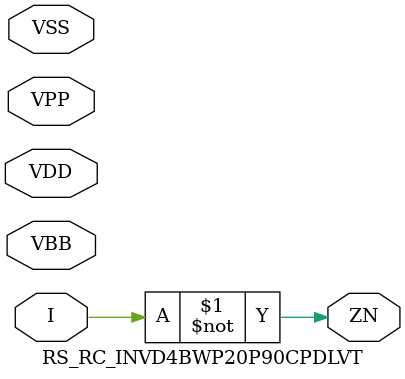
<source format=v>

`timescale 1ns / 1ps

module RC_OSC_50MHZ( O_OSC, VR12, VDD18, VSS18, CAL, IB_COP, PD, RSTB, VDDC, BGR, RSV );
    output O_OSC;
    inout VR12;
    inout VDD18;
    inout VSS18;
    inout VDDC;

    input [5:0]  CAL;
    input [1:0]  IB_COP;
    input PD;
    input RSTB;
    input [2:0]  BGR;
    input [2:0]  RSV;
  
    wire O_OSC_w;

//
// Not supportted: 
// BGR, IB_COP, CAL, RSV;
// VR12;    
 
reg OUT_r;

 parameter onecycle = 20; // fclk=50MHz(20n)
 parameter LOCKINGTIME = 20000;      // LOCK time is 20usec


initial OUT_r =0;

wire PD_w;
buf #LOCKINGTIME (PD_w, PD | ~RSTB);

always  begin
     #(0.5*onecycle); OUT_r = (0 && ~PD_w);
     #(0.5*onecycle); OUT_r = (1 && ~PD_w);
end 

assign O_OSC_w = OUT_r && ~PD && RSTB;
    RS_RC_INVD4BWP20P90CPDLVT  I36( O_OSC_w, O_OSC, VDDC, VSS18, VDDC, VSS18 );

endmodule

module RS_RC_INVD4BWP20P90CPDLVT (I, ZN, VDD, VSS, VPP, VBB);
    inout VDD;
    inout VSS;
    inout VPP;
    inout VBB;
    input I;
    output ZN;
    not (ZN, I);
  specify
    (I => ZN) = (0, 0);
  endspecify
endmodule


</source>
